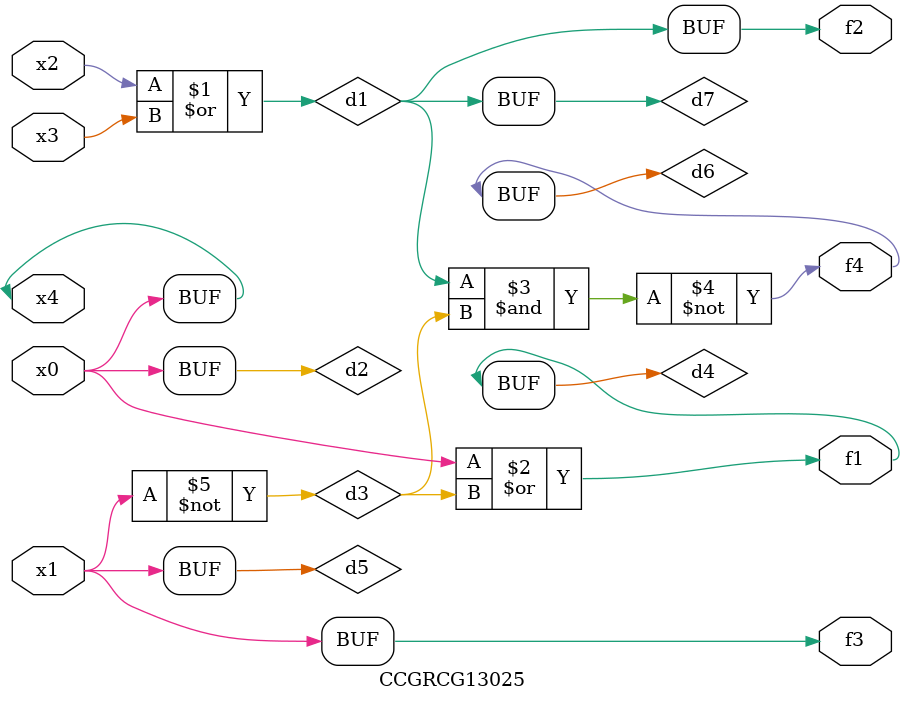
<source format=v>
module CCGRCG13025(
	input x0, x1, x2, x3, x4,
	output f1, f2, f3, f4
);

	wire d1, d2, d3, d4, d5, d6, d7;

	or (d1, x2, x3);
	buf (d2, x0, x4);
	not (d3, x1);
	or (d4, d2, d3);
	not (d5, d3);
	nand (d6, d1, d3);
	or (d7, d1);
	assign f1 = d4;
	assign f2 = d7;
	assign f3 = d5;
	assign f4 = d6;
endmodule

</source>
